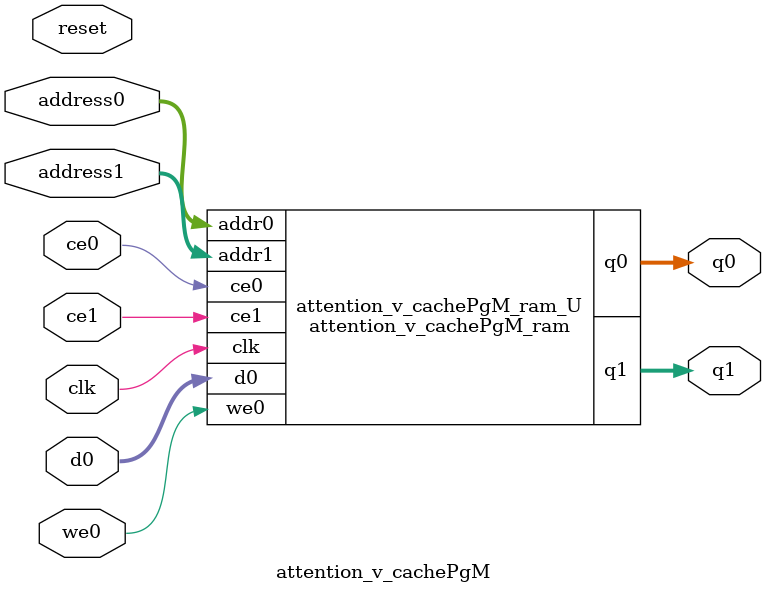
<source format=v>
`timescale 1 ns / 1 ps
module attention_v_cachePgM_ram (addr0, ce0, d0, we0, q0, addr1, ce1, q1,  clk);

parameter DWIDTH = 40;
parameter AWIDTH = 4;
parameter MEM_SIZE = 12;

input[AWIDTH-1:0] addr0;
input ce0;
input[DWIDTH-1:0] d0;
input we0;
output reg[DWIDTH-1:0] q0;
input[AWIDTH-1:0] addr1;
input ce1;
output reg[DWIDTH-1:0] q1;
input clk;

(* ram_style = "distributed" *)reg [DWIDTH-1:0] ram[0:MEM_SIZE-1];




always @(posedge clk)  
begin 
    if (ce0) begin
        if (we0) 
            ram[addr0] <= d0; 
        q0 <= ram[addr0];
    end
end


always @(posedge clk)  
begin 
    if (ce1) begin
        q1 <= ram[addr1];
    end
end


endmodule

`timescale 1 ns / 1 ps
module attention_v_cachePgM(
    reset,
    clk,
    address0,
    ce0,
    we0,
    d0,
    q0,
    address1,
    ce1,
    q1);

parameter DataWidth = 32'd40;
parameter AddressRange = 32'd12;
parameter AddressWidth = 32'd4;
input reset;
input clk;
input[AddressWidth - 1:0] address0;
input ce0;
input we0;
input[DataWidth - 1:0] d0;
output[DataWidth - 1:0] q0;
input[AddressWidth - 1:0] address1;
input ce1;
output[DataWidth - 1:0] q1;



attention_v_cachePgM_ram attention_v_cachePgM_ram_U(
    .clk( clk ),
    .addr0( address0 ),
    .ce0( ce0 ),
    .we0( we0 ),
    .d0( d0 ),
    .q0( q0 ),
    .addr1( address1 ),
    .ce1( ce1 ),
    .q1( q1 ));

endmodule


</source>
